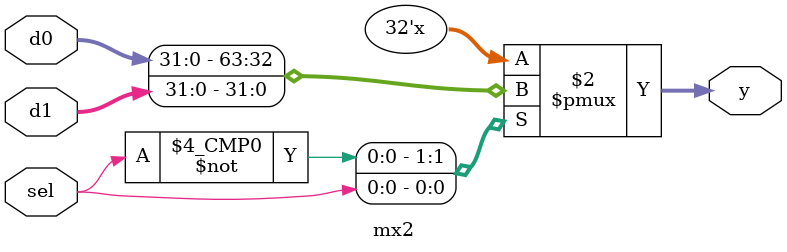
<source format=v>
module mx2(d0, d1, sel, y); //32bits mux2
	
	input [31:0] d0, d1;
	input sel;
	output reg [31:0] y;
	
	always @(sel, d0, d1)
		case (sel)
		1'b0 : y = d0;
		1'b1 : y = d1;
		default y = 32'hxxxx_xxxx;
		endcase
endmodule

</source>
